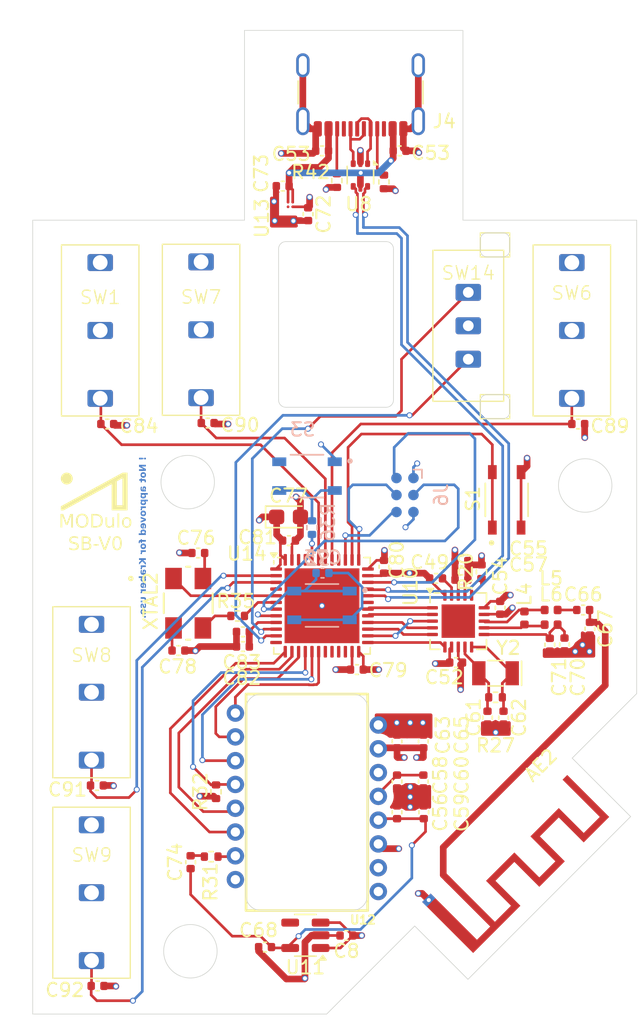
<source format=kicad_pcb>
(kicad_pcb (version 20241229) (generator "pcbnew") (generator_version "9.0")
  (layers (0 "F.Cu" signal) (4 "In1.Cu" power "GND") (6 "In2.Cu" power "PWR") (2 "B.Cu" signal) (13 "F.Paste" user) (15 "B.Paste" user) (5 "F.SilkS" user "F.Silkscreen") (7 "B.SilkS" user "B.Silkscreen") (1 "F.Mask" user) (3 "B.Mask" user) (25 "Edge.Cuts" user))
  (net 0 "")
  (net 1 "Net-(AE2-A)")
  (net 2 "GND")
  (net 3 "+3.3V")
  (net 4 "+1.9V")
  (net 5 "Net-(U10-DVDD)")
  (net 6 "Net-(U12-VDDREG)")
  (net 7 "Net-(U10-XC2)")
  (net 8 "Net-(U10-XC1)")
  (net 10 "Net-(C66-Pad1)")
  (net 11 "Net-(U10-VDD_PA)")
  (net 12 "Net-(C74-Pad2)")
  (net 13 "VBUS")
  (net 14 "/NRESET")
  (net 15 "Net-(C76-Pad1)")
  (net 16 "Net-(C78-Pad1)")
  (net 20 "Net-(J4-CC1)")
  (net 21 "Net-(J4-D+-PadA6)")
  (net 22 "Net-(J4-CC2)")
  (net 23 "Net-(J4-D--PadA7)")
  (net 24 "/SWO")
  (net 25 "/SWDIO")
  (net 26 "/SWCLK")
  (net 27 "Net-(U10-ANT2)")
  (net 28 "Net-(U10-ANT1)")
  (net 30 "Net-(U10-IREF)")
  (net 31 "unconnected-(U14-PB10-Pad21)")
  (net 32 "unconnected-(U14-PC15-Pad4)")
  (net 33 "Net-(U12-LED_P)")
  (net 34 "/SPI2_MISO")
  (net 35 "Net-(U14-PH1)")
  (net 36 "Net-(R35-Pad2)")
  (net 37 "/BOOT")
  (net 38 "/Mouse3")
  (net 39 "/TIM2_CH1")
  (net 40 "/TIM2_CH2")
  (net 41 "/Mouse4")
  (net 42 "/Mouse5")
  (net 43 "/DPI")
  (net 44 "/USB_DP")
  (net 45 "/USB_DN")
  (net 48 "/RF_CSN")
  (net 49 "/RF_IRQ")
  (net 50 "/SPI1_MOSI")
  (net 51 "/SPI1_SCLK")
  (net 52 "/SPI1_MISO")
  (net 53 "/RF_CE")
  (net 55 "/SENSOR_NRESET")
  (net 56 "/SPI2_SCLK")
  (net 57 "/SENSOR_NCS")
  (net 58 "/SENSOR_MOTION")
  (net 59 "/SPI2_MOSI")
  (net 60 "Net-(U14-PH0)")
  (net 64 "/Mouse1")
  (net 65 "/Mouse2")
  (footprint "Inductor_SMD:L_0402_1005Metric" (layer "F.Cu") (at 15.275 0.565 -90)
    (property "Reference" "L4")
    (property "Value" "8.2n")
  )
  (footprint "Capacitor_SMD:C_0402_1005Metric" (layer "F.Cu") (at -9.137501 -4.3 180)
    (property "Reference" "C76")
    (property "Value" "14p")
  )
  (footprint "Capacitor_SMD:C_0402_1005Metric" (layer "F.Cu") (at -10.6175 3)
    (property "Reference" "C78")
    (property "Value" "14p")
  )
  (footprint "Capacitor_SMD:C_0402_1005Metric" (layer "F.Cu") (at 1.955 24.321 180)
    (property "Reference" "C8")
    (property "Value" "1u")
  )
  (footprint "Capacitor_SMD:C_0402_1005Metric" (layer "F.Cu") (at 5.93226 -34.389)
    (property "Reference" "C53")
    (property "Value" "100n")
  )
  (footprint "Mouse:Huano" (layer "F.Cu") (at -16.475 -20.95)
    (property "Reference" "SW1")
    (property "Value" "SW_Push_SPDT")
  )
  (footprint "Inductor_SMD:L_0402_1005Metric" (layer "F.Cu") (at 17.275 1.065)
    (property "Reference" "L6")
    (property "Value" "2.7n")
  )
  (footprint "Resistor_SMD:R_0402_1005Metric" (layer "F.Cu") (at 12.0625 -2.9 90)
    (property "Reference" "R20")
    (property "Value" "22k")
  )
  (footprint "Capacitor_SMD:C_0402_1005Metric" (layer "F.Cu") (at -5.795 1.6 180)
    (property "Reference" "C83")
    (property "Value" "1u")
  )
  (footprint "PAW3395DM-T6QU_DS:PMW3360" (layer "F.Cu") (at -1.008 14.355 180)
    (property "Reference" "U12")
    (property "Value" "PMW3360DM-T2QU")
  )
  (footprint "Capacitor_SMD:C_0402_1005Metric" (layer "F.Cu") (at 4.7625 -3.270001 -90)
    (property "Reference" "C80")
    (property "Value" "100n")
  )
  (footprint "Capacitor_SMD:C_0402_1005Metric" (layer "F.Cu") (at 5.742 9.8 90)
    (property "Reference" "C63")
    (property "Value" "10u")
  )
  (footprint "Resistor_SMD:R_0402_1005Metric" (layer "F.Cu") (at -7.808 13.565 90)
    (property "Reference" "R32")
    (property "Value" "10k")
  )
  (footprint "Crystal:Crystal_SMD_MicroCrystal_CC7V-T1A-2Pin_3.2x1.5mm" (layer "F.Cu") (at 13.1125 4.7 180)
    (property "Reference" "Y2")
    (property "Value" "Crystal")
  )
  (footprint "Package_DFN_QFN:QFN-20-1EP_4x4mm_P0.5mm_EP2.5x2.5mm" (layer "F.Cu") (at 10.325 0.8)
    (property "Reference" "U10")
    (property "Value" "nRF24L01P" (hide yes))
  )
  (footprint "Capacitor_SMD:C_0402_1005Metric" (layer "F.Cu") (at 5.742 12.8 -90)
    (property "Reference" "C60")
    (property "Value" "100n")
  )
  (footprint "Capacitor_SMD:C_0402_1005Metric" (layer "F.Cu") (at 10.5625 -3.7)
    (property "Reference" "C49")
    (property "Value" "10n")
  )
  (footprint "Capacitor_SMD:C_0402_1005Metric" (layer "F.Cu") (at 17.175 2.565 -90)
    (property "Reference" "C71")
    (property "Value" "4.7n")
  )
  (footprint "Capacitor_SMD:C_0402_1005Metric" (layer "F.Cu") (at 10.5625 -2.3)
    (property "Reference" "C55")
    (property "Value" "1n")
  )
  (footprint "Capacitor_SMD:C_0402_1005Metric" (layer "F.Cu") (at -16.72 13.095)
    (property "Reference" "C91")
    (property "Value" "100n")
  )
  (footprint "Resistor_SMD:R_0402_1005Metric" (layer "F.Cu") (at -8.168 18.42 180)
    (property "Reference" "R31")
    (property "Value" "5.6")
  )
  (footprint "Package_TO_SOT_SMD:SOT-23-5" (layer "F.Cu") (at -1.118 24.306 180)
    (property "Reference" "U11")
    (property "Value" "TLV70019_SOT23-5")
  )
  (footprint "Resistor_SMD:R_0402_1005Metric" (layer "F.Cu") (at -6.187501 0.41 180)
    (property "Reference" "R35")
    (property "Value" "1421" (hide yes))
  )
  (footprint "Capacitor_SMD:C_0402_1005Metric" (layer "F.Cu") (at -5.795001 2.7 180)
    (property "Reference" "C82")
    (property "Value" "100n")
  )
  (footprint "Mouse:Huano" (layer "F.Cu") (at -17.125 6.12)
    (property "Reference" "SW8")
    (property "Value" "SW_Push_SPDT")
  )
  (footprint "Capacitor_SMD:C_0402_1005Metric" (layer "F.Cu") (at -15.945 -13.95)
    (property "Reference" "C84")
    (property "Value" "100n")
  )
  (footprint "Mouse:Huano" (layer "F.Cu") (at -8.925 -21)
    (property "Reference" "SW7")
    (property "Value" "SW_Push_SPDT")
  )
  (footprint "Mouse:Huano" (layer "F.Cu") (at 18.825 -20.95)
    (property "Reference" "SW6")
    (property "Value" "SW_Push_SPDT")
  )
  (footprint "Capacitor_SMD:C_0402_1005Metric" (layer "F.Cu") (at -9.708 18.835 90)
    (property "Reference" "C74")
    (property "Value" "100n")
  )
  (footprint "Connector_USB:USB_C_Receptacle_GCT_USB4105-xx-A_16P_TopMnt_Horizontal" (layer "F.Cu") (at 3.01226 -39.714 180)
    (property "Reference" "J4")
    (property "Value" "USB_C_Receptacle_USB2.0_14P")
  )
  (footprint "Capacitor_SMD:C_0402_1005Metric" (layer "F.Cu") (at 0.13226 -34.389 180)
    (property "Reference" "C53")
    (property "Value" "100n")
  )
  (footprint "Capacitor_SMD:C_0402_1005Metric" (layer "F.Cu") (at 7.712 9.8 90)
    (property "Reference" "C65")
    (property "Value" "100n")
  )
  (footprint "Capacitor_SMD:C_0402_1005Metric" (layer "F.Cu") (at 5.742 15.1 90)
    (property "Reference" "C58")
    (property "Value" "100n")
  )
  (footprint "Capacitor_SMD:C_0402_1005Metric" (layer "F.Cu") (at -2.815 -31.75 180)
    (property "Reference" "C73")
    (property "Value" "1u")
  )
  (footprint "RF_Antenna:Texas_SWRA117D_2.4GHz_Left" (layer "F.Cu") (at 9.601509 20.186181 -135)
    (property "Reference" "AE2")
    (property "Value" "Antenna")
  )
  (footprint "Capacitor_SMD:C_0402_1005Metric" (layer "F.Cu") (at 10.1625 3.9)
    (property "Reference" "C52")
    (property "Value" "1n")
  )
  (footprint "Capacitor_SMD:C_0402_1005Metric" (layer "F.Cu") (at 18.275 2.545 -90)
    (property "Reference" "C70")
    (property "Value" "2.2n")
  )
  (footprint "Mouse:Huano" (layer "F.Cu") (at -17.125 21.12)
    (property "Reference" "SW9")
    (property "Value" "SW_Push_SPDT")
  )
  (footprint "Capacitor_SMD:C_0402_1005Metric" (layer "F.Cu") (at 2.7375 4.425999 180)
    (property "Reference" "C79")
    (property "Value" "100n")
  )
  (footprint "Capacitor_SMD:C_0402_1005Metric" (layer "F.Cu") (at -4.13675 25.1885 180)
    (property "Reference" "C68")
    (property "Value" "1u")
  )
  (footprint "Mouse:RotaryEncoder" (layer "F.Cu") (at 11.075 -21.3)
    (property "Reference" "SW14")
    (property "Value" "RotaryEncoder")
  )
  (footprint "Capacitor_SMD:C_0402_1005Metric" (layer "F.Cu") (at -16.67 28.095)
    (property "Reference" "C92")
    (property "Value" "100n")
  )
  (footprint "NCP161BFCS330T2G:WLCSP4_P6XP6_ONS" (layer "F.Cu") (at -2.24 -30.375 -90)
    (property "Reference" "U13")
    (property "Value" "NCP161BFCS330T2G")
  )
  (footprint "ECS-80-12-30BQ-JES-TR:ECS-80-12_ECS" (layer "F.Cu") (at -9.8875 -0.54)
    (property "Reference" "XTAL2")
    (property "Value" "ECS-80-12-30BQ-JES-TR")
  )
  (footprint "Capacitor_SMD:C_0402_1005Metric" (layer "F.Cu") (at 13.4625 -0.2 -90)
    (property "Reference" "C54")
    (property "Value" "1n")
  )
  (footprint "Capacitor_SMD:C_0402_1005Metric" (layer "F.Cu") (at 7.742 15.1 90)
    (property "Reference" "C56")
    (property "Value" "10u")
  )
  (footprint "Capacitor_SMD:C_0402_1005Metric" (layer "F.Cu") (at 8.6625 -2.4 180)
    (property "Reference" "C57")
    (property "Value" "33n")
  )
  (footprint "Resistor_SMD:R_0402_1005Metric" (layer "F.Cu") (at 4.76226 -32.064 90)
    (property "Reference" "R42")
    (property "Value" "5k1")
  )
  (footprint "Capacitor_SMD:C_0402_1005Metric" (layer "F.Cu") (at 19.675 -0.035)
    (property "Reference" "C66")
    (property "Value" "1.5p")
  )
  (footprint "Capacitor_SMD:C_0402_1005Metric" (layer "F.Cu") (at 13.7125 8.02 -90)
    (property "Reference" "C62")
    (property "Value" "22p")
  )
  (footprint "Resistor_SMD:R_0402_1005Metric" (layer "F.Cu") (at 1.23726 -32.164 90)
    (property "Reference" "R41" (hide yes))
    (property "Value" "5k1")
  )
  (footprint "Resistor_SMD:R_0402_1005Metric" (layer "F.Cu") (at 13.1125 6.5)
    (property "Reference" "R27")
    (property "Value" "1M")
  )
  (footprint "Capacitor_SMD:C_0402_1005Metric" (layer "F.Cu") (at 7.712 12.8 -90)
    (property "Reference" "C59")
    (property "Value" "4.7u")
  )
  (footprint "LOGO" (layer "F.Cu") (at -16.925 -8.9)
    (property "Reference" "G***" (hide yes))
    (property "Value" "LOGO" (hide yes))
  )
  (footprint "SKRPABE010:SW_SKRPABE010" (layer "F.Cu") (at 13.95 -8.275 90)
    (property "Reference" "S1")
    (property "Value" "SKRPABE010")
  )
  (footprint "Package_TO_SOT_SMD:SOT-666" (layer "F.Cu") (at 2.99976 -32.579 -90)
    (property "Reference" "U8")
    (property "Value" "USBLC6-2P6")
  )
  (footprint "Capacitor_Tantalum_SMD:CP_EIA-2012-12_Kemet-R" (layer "F.Cu") (at -2.377501 -7)
    (property "Reference" "C77")
    (property "Value" "4.7u")
  )
  (footprint "Capacitor_SMD:C_0402_1005Metric" (layer "F.Cu") (at 20.175 1.365 -90)
    (property "Reference" "C67")
    (property "Value" "1p")
  )
  (footprint "Capacitor_SMD:C_0402_1005Metric" (layer "F.Cu") (at 12.5125 8.02 -90)
    (property "Reference" "C61")
    (property "Value" "22p")
  )
  (footprint "Capacitor_SMD:C_0402_1005Metric" (layer "F.Cu") (at -8.43 -14.025)
    (property "Reference" "C90")
    (property "Value" "100n")
  )
  (footprint "Package_DFN_QFN:QFN-48-1EP_7x7mm_P0.5mm_EP5.6x5.6mm" (layer "F.Cu") (at 0.125 -0.35)
    (property "Reference" "U14")
    (property "Value" "STM32L552CEUxP")
  )
  (footprint "Inductor_SMD:L_0402_1005Metric" (layer "F.Cu") (at 17.275 -0.035)
    (property "Reference" "L5")
    (property "Value" "3.9n")
  )
  (footprint "Capacitor_SMD:C_0402_1005Metric" (layer "F.Cu") (at -0.915 -29.65 -90)
    (property "Reference" "C72")
    (property "Value" "1u")
  )
  (footprint "Capacitor_SMD:C_0402_1005Metric" (layer "F.Cu") (at -2.3425 -5.226001)
    (property "Reference" "C81")
    (property "Value" "100n")
  )
  (footprint "Capacitor_SMD:C_0402_1005Metric" (layer "F.Cu") (at 19.305 -13.95)
    (property "Reference" "C89")
    (property "Value" "100n")
  )
  (footprint "Capacitor_SMD:C_0402_1005Metric" (layer "B.Cu") (at 0.162499 -2.800001 180)
    (property "Reference" "C75")
    (property "Value" "100n")
  )
  (footprint "SKRPABE010:SW_SKRPABE010" (layer "B.Cu") (at -0.9965 -10.05 180)
    (property "Reference" "S3")
    (property "Value" "SKRPABE010")
  )
  (footprint "Connector:Tag-Connect_TC2030-IDC-NL_2x03_P1.27mm_Vertical" (layer "B.Cu") (at 6.335 -8.635 -90)
    (property "Reference" "J6")
    (property "Value" "Conn_ARM_SWD_TagConnect_TC2030")
  )
  (footprint "SKRPABE010:SW_SKRPABE010" (layer "B.Cu") (at 0.125 -0.375 180)
    (property "Reference" "S2")
    (property "Value" "SKRPABE010")
  )
  (footprint "Resistor_SMD:R_0402_1005Metric" (layer "B.Cu") (at -0.625 -6.2 90)
    (property "Reference" "R36")
    (property "Value" "10k")
  )
  (gr_arc (start 14.175 -26.953553) (mid 14.028553 -26.6) (end 13.675 -26.453553) (stroke (width 0.05)) (layer "Edge.Cuts"))
  (gr_arc (start 12.475 -14.353553) (mid 12.121447 -14.5) (end 11.975 -14.853553) (stroke (width 0.05)) (layer "Edge.Cuts"))
  (gr_line (start 11.05 27.6) (end 23.225 15.425) (stroke (width 0.05)) (layer "Edge.Cuts"))
  (gr_arc (start 12.475 -26.453553) (mid 12.121447 -26.6) (end 11.975 -26.953553) (stroke (width 0.05)) (layer "Edge.Cuts"))
  (gr_line (start 14.175 -15.65) (end 14.175 -14.8536) (stroke (width 0.05)) (layer "Edge.Cuts"))
  (gr_line (start -3.125 -15.75) (end -3.125 -27.05) (stroke (width 0.05)) (layer "Edge.Cuts"))
  (gr_line (start 0.475 30.2) (end 7.065244 23.609756) (stroke (width 0.05)) (layer "Edge.Cuts"))
  (gr_line (start -21.525 30.2) (end -21.525 -28.2) (stroke (width 0.05)) (layer "Edge.Cuts"))
  (gr_line (start 10.675 -34.2) (end 10.675 -29.2) (stroke (width 0.05)) (layer "Edge.Cuts"))
  (gr_line (start -5.575 7.4) (end -5.575 21.3) (stroke (width 0.05)) (layer "Edge.Cuts"))
  (gr_line (start 14.175 -27.75) (end 14.175 -26.9536) (stroke (width 0.05)) (layer "Edge.Cuts"))
  (gr_line (start 7.065244 23.609756) (end 11.05 27.6) (stroke (width 0.05)) (layer "Edge.Cuts"))
  (gr_line (start 18.85 11.05) (end 23.225 15.425) (stroke (width 0.05)) (layer "Edge.Cuts"))
  (gr_arc (start 13.675 -28.25) (mid 14.028553 -28.103553) (end 14.175 -27.75) (stroke (width 0.05)) (layer "Edge.Cuts"))
  (gr_line (start 12.475 -28.25) (end 13.675 -28.25) (stroke (width 0.05)) (layer "Edge.Cuts"))
  (gr_arc (start -4.425 22.45) (mid -5.238173 22.113173) (end -5.575 21.3) (stroke (width 0.05)) (layer "Edge.Cuts"))
  (gr_line (start 23.675 6.225) (end 18.85 11.05) (stroke (width 0.05)) (layer "Edge.Cuts"))
  (gr_arc (start 13.675 -16.15) (mid 14.028553 -16.003553) (end 14.175 -15.65) (stroke (width 0.05)) (layer "Edge.Cuts"))
  (gr_arc (start 4.925 -27.6) (mid 5.313909 -27.438909) (end 5.475 -27.05) (stroke (width 0.05)) (layer "Edge.Cuts"))
  (gr_arc (start -3.125 -27.05) (mid -2.963909 -27.438909) (end -2.575 -27.6) (stroke (width 0.05)) (layer "Edge.Cuts"))
  (gr_line (start 2.425 6.25) (end -4.425 6.25) (stroke (width 0.05)) (layer "Edge.Cuts"))
  (gr_arc (start 5.475 -15.75) (mid 5.313909 -15.361091) (end 4.925 -15.2) (stroke (width 0.05)) (layer "Edge.Cuts"))
  (gr_arc (start -5.575 7.4) (mid -5.238173 6.586827) (end -4.425 6.25) (stroke (width 0.05)) (layer "Edge.Cuts"))
  (gr_arc (start 11.975 -27.75) (mid 12.121447 -28.103553) (end 12.475 -28.25) (stroke (width 0.05)) (layer "Edge.Cuts"))
  (gr_line (start 22.075 -29.2) (end 23.675 -29.2) (stroke (width 0.05)) (layer "Edge.Cuts"))
  (gr_line (start 23.675 -29.2) (end 23.675 6.225) (stroke (width 0.05)) (layer "Edge.Cuts"))
  (gr_arc (start 3.525 21.3) (mid 3.188173 22.113173) (end 2.375 22.45) (stroke (width 0.05)) (layer "Edge.Cuts"))
  (gr_line (start 11.974954 -26.953553) (end 11.975 -27.75) (stroke (width 0.05)) (layer "Edge.Cuts"))
  (gr_circle (center -9.725 25.5) (end -7.725 25.5) (stroke (width 0.05)) (fill no) (layer "Edge.Cuts"))
  (gr_line (start 13.675 -14.353553) (end 12.475 -14.353553) (stroke (width 0.05)) (layer "Edge.Cuts"))
  (gr_line (start 3.525 21.3) (end 3.575 7.4) (stroke (width 0.05)) (layer "Edge.Cuts"))
  (gr_line (start -21.525 30.2) (end 0.475 30.2) (stroke (width 0.05)) (layer "Edge.Cuts"))
  (gr_line (start 10.675 -29.2) (end 22.075 -29.2) (stroke (width 0.05)) (layer "Edge.Cuts"))
  (gr_line (start -2.575 -27.6) (end 4.925 -27.6) (stroke (width 0.05)) (layer "Edge.Cuts"))
  (gr_arc (start 2.425 6.25) (mid 3.238173 6.586827) (end 3.575 7.4) (stroke (width 0.05)) (layer "Edge.Cuts"))
  (gr_line (start 10.675 -43.4) (end 10.675 -34.2) (stroke (width 0.05)) (layer "Edge.Cuts"))
  (gr_circle (center -9.925 -9.6) (end -7.925 -9.6) (stroke (width 0.05)) (fill no) (layer "Edge.Cuts"))
  (gr_line (start -5.675 -29.2) (end -5.675 -43.4) (stroke (width 0.05)) (layer "Edge.Cuts"))
  (gr_line (start 12.475 -16.15) (end 13.675 -16.15) (stroke (width 0.05)) (layer "Edge.Cuts"))
  (gr_line (start -5.675 -43.4) (end 10.675 -43.4) (stroke (width 0.05)) (layer "Edge.Cuts"))
  (gr_line (start 5.475 -27.05) (end 5.475 -15.75) (stroke (width 0.05)) (layer "Edge.Cuts"))
  (gr_line (start -21.525 -28.2) (end -21.525 -29.2) (stroke (width 0.05)) (layer "Edge.Cuts"))
  (gr_arc (start 14.175 -14.853553) (mid 14.028553 -14.5) (end 13.675 -14.353553) (stroke (width 0.05)) (layer "Edge.Cuts"))
  (gr_line (start 13.675 -26.453553) (end 12.475 -26.453553) (stroke (width 0.05)) (layer "Edge.Cuts"))
  (gr_arc (start -2.575 -15.2) (mid -2.963909 -15.361091) (end -3.125 -15.75) (stroke (width 0.05)) (layer "Edge.Cuts"))
  (gr_line (start -4.425 22.45) (end 2.375 22.45) (stroke (width 0.05)) (layer "Edge.Cuts"))
  (gr_line (start 4.925 -15.2) (end -2.575 -15.2) (stroke (width 0.05)) (layer "Edge.Cuts"))
  (gr_circle (center 19.825 -9.35) (end 21.825 -9.35) (stroke (width 0.05)) (fill no) (layer "Edge.Cuts"))
  (gr_line (start 11.974954 -14.853553) (end 11.975 -15.65) (stroke (width 0.05)) (layer "Edge.Cuts"))
  (gr_line (start -21.525 -29.2) (end -5.675 -29.2) (stroke (width 0.05)) (layer "Edge.Cuts"))
  (gr_arc (start 11.975 -15.65) (mid 12.121447 -16.003553) (end 12.475 -16.15) (stroke (width 0.05)) (layer "Edge.Cuts"))
  (gr_text "! Not approved for Kraber use." (at -12.975 -11.525 90) (layer "B.Cu") (effects (font (size 0.5 0.5) (thickness 0.125) (bold yes)) (justify left bottom mirror)))
  (gr_text "MODulo\nSB-V0" (at -16.825 -5.775 0) (layer "F.SilkS") (effects (font (size 1 1) (thickness 0.1))))
  (segment (start 20.66 0.885) (end 20.175 0.885) (width 0.5) (layer "F.Cu") (net 1))
  (segment (start 9.2 17.725) (end 21.325 5.6) (width 0.5) (layer "F.Cu") (net 1))
  (segment (start 9.601509 20.186181) (end 9.2 19.784672) (width 0.5) (layer "F.Cu") (net 1))
  (segment (start 9.2 19.784672) (end 9.2 17.725) (width 0.5) (layer "F.Cu") (net 1))
  (segment (start 20.175 -0.015) (end 20.155 -0.035) (width 0.2) (layer "F.Cu") (net 1))
  (segment (start 21.325 1.55) (end 20.66 0.885) (width 0.5) (layer "F.Cu") (net 1))
  (segment (start 20.175 0.885) (end 20.175 -0.015) (width 0.2) (layer "F.Cu") (net 1))
  (segment (start 20.155 -0.035) (end 20.255 -0.035) (width 0.2) (layer "F.Cu") (net 1))
  (segment (start 21.325 5.6) (end 21.325 1.55) (width 0.5) (layer "F.Cu") (net 1))
  (segment (start 19.785 -12.94) (end 19.8 -12.925) (width 0.5) (layer "F.Cu") (net 2))
  (segment (start -2.540249 27.575) (end -1.175 27.575) (width 0.5) (layer "F.Cu") (net 2))
  (segment (start -1.30774 -36.609) (end -1.30774 -40.789) (width 0.5) (layer "F.Cu") (net 2))
  (segment (start -4.676 0.3) (end -4.575999 0.400001) (width 0.2) (layer "F.Cu") (net 2))
  (segment (start -1.15 24.813001) (end -0.642999 24.306) (width 0.5) (layer "F.Cu") (net 2))
  (segment (start -2.125 -3.7875) (end -2.125 -4.963501) (width 0.2) (layer "F.Cu") (net 2))
  (segment (start 6.41226 -34.389) (end 7.236 -34.389) (width 0.5) (layer "F.Cu") (net 2))
  (segment (start 1.150999 4.425999) (end 1.15 4.425) (width 0.5) (layer "F.Cu") (net 2))
  (segment (start 4.5725 -2.6) (end 3.5625 -2.6) (width 0.2) (layer "F.Cu") (net 2))
  (segment (start 6.492 9.32) (end 5.742 9.32) (width 0.5) (layer "F.Cu") (net 2))
  (segment (start 1.475 24.321) (end 0.0345 24.321) (width 0.2) (layer "F.Cu") (net 2))
  (segment (start 11.0425 -2.3) (end 10.825 -2.0825) (width 0.2) (layer "F.Cu") (net 2))
  (segment (start 6.21226 -36.034) (end 6.75726 -36.034) (width 0.5) (layer "F.Cu") (net 2))
  (segment (start 17.175 3.045) (end 18.255 3.045) (width 0.2) (layer "F.Cu") (net 2))
  (segment (start 15.475 -11.4) (end 15.475 -10.8) (width 0.5) (layer "F.Cu") (net 2))
  (segment (start -1.487501 -8.162501) (end -1.825 -8.5) (width 0.5) (layer "F.Cu") (net 2))
  (segment (start 11.0425 -3.7) (end 11.0425 -2.3) (width 0.5) (layer "F.Cu") (net 2))
  (segment (start -10.525 -4.3) (end -10.55 -4.325) (width 0.5) (layer "F.Cu") (net 2))
  (segment (start 6.21226 -36.034) (end 6.21226 -34.589) (width 0.5) (layer "F.Cu") (net 2))
  (segment (start 8.1825 -2.4) (end 8.1825 -2.28) (width 0.2) (layer "F.Cu") (net 2))
  (segment (start 0.579 -31.654) (end 0.425 -31.5) (width 0.5) (layer "F.Cu") (net 2))
  (segment (start 8.1825 -2.28) (end 9.325 -1.1375) (width 0.2) (layer "F.Cu") (net 2))
  (segment (start 12.5125 8.5) (end 12.5125 8.5125) (width 0.5) (layer "F.Cu") (net 2))
  (segment (start 13.125 9.125) (end 13.125 9.0875) (width 0.5) (layer "F.Cu") (net 2))
  (segment (start 14.375 -0.2) (end 13.895 0.28) (width 0.5) (layer "F.Cu") (net 2))
  (segment (start 11.3325 -3.41) (end 11.0425 -3.7) (width 0.5) (layer "F.Cu") (net 2))
  (segment (start -0.34774 -35.874) (end -0.18774 -36.034) (width 0.5) (layer "F.Cu") (net 2))
  (segment (start 1.23726 -31.654) (end 0.579 -31.654) (width 0.5) (layer "F.Cu") (net 2))
  (segment (start -1.15 27.55) (end -1.15 27.525) (width 0.5) (layer "F.Cu") (net 2))
  (segment (start 10.6425 3.9) (end 10.325 3.5825) (width 0.2) (layer "F.Cu") (net 2))
  (segment (start -4.575999 0.400001) (end -3.3125 0.400001) (width 0.2) (layer "F.Cu") (net 2))
  (segment (start -16.19 28.095) (end -15.33 28.095) (width 0.5) (layer "F.Cu") (net 2))
  (segment (start 4.7625 -2.79) (end 4.5725 -2.6) (width 0.2) (layer "F.Cu") (net 2))
  (segment (start -15.33 28.095) (end -15.3 28.125) (width 0.5) (layer "F.Cu") (net 2))
  (segment (start 13.4625 0.28) (end 12.2825 0.28) (width 0.2) (layer "F.Cu") (net 2))
  (segment (start -15.505 13.095) (end -15.475 13.125) (width 0.5) (layer "F.Cu") (net 2))
  (segment (start 7.712 9.32) (end 6.492 9.32) (width 0.5) (layer "F.Cu") (net 2))
  (segment (start 12.0625 -3.41) (end 11.3325 -3.41) (width 0.5) (layer "F.Cu") (net 2))
  (segment (start 13.895 0.28) (end 13.4625 0.28) (width 0.5) (layer "F.Cu") (net 2))
  (segment (start -10.1375 3) (end -9.375 3) (width 0.5) (layer "F.Cu") (net 2))
  (segment (start -14.475 -13.85) (end -15.365 -13.85) (width 0.5) (layer "F.Cu") (net 2))
  (segment (start -1.487501 -7) (end -1.487501 -8.162501) (width 0.5) (layer "F.Cu") (net 2))
  (segment (start 12.5125 8.5125) (end 13.125 9.125) (width 0.5) (layer "F.Cu") (net 2))
  (segment (start 13.125 9.0875) (end 13.7125 8.5) (width 0.5) (layer "F.Cu") (net 2))
  (segment (start 7.33226 -36.609) (end 7.33226 -40.789) (width 0.5) (layer "F.Cu") (net 2))
  (segment (start -1.15 27.525) (end -1.15 24.813001) (width 0.5) (layer "F.Cu") (net 2))
  (segment (start -4.61675 25.498499) (end -2.540249 27.575) (width 0.5) (layer "F.Cu") (net 2))
  (segment (start 2.375 4.3085) (end 2.375 3.087499) (width 0.2) (layer "F.Cu") (net 2))
  (segment (start -0.53674 -34.2) (end -0.34774 -34.389) (width 0.5) (layer "F.Cu") (net 2))
  (segment (start 2.2575 4.426) (end 2.375 4.3085) (width 0.2) (layer "F.Cu") (net 2))
  (segment (start -1.487501 -5.601001) (end -1.862501 -5.226001) (width 0.5) (layer "F.Cu") (net 2))
  (segment (start -2.925 -34.2) (end -0.53674 -34.2) (width 0.5) (layer "F.Cu") (net 2))
  (segment (start 5.875 17.825) (end 4.697 17.825) (width 0.5) (layer "F.Cu") (net 2))
  (segment (start -6.275001 2.7) (end -9.025 2.7) (width 0.5) (layer "F.Cu") (net 2))
  (segment (start 0.0395 24.326) (end 0.0195 24.306) (width 0.2) (layer "F.Cu") (net 2))
  (segment (start -9.617501 -4.3) (end -10.525 -4.3) (width 0.5) (layer "F.Cu") (net 2))
  (segment (start 5.471 -31.554) (end 5.625 -31.4) (width 0.5) (layer "F.Cu") (net 2))
  (segment (start 4.697 17.825) (end 4.342 17.47) (width 0.5) (layer "F.Cu") (net 2))
  (segment (start -0.18774 -36.034) (end -0.73274 -36.034) (width 0.5) (layer "F.Cu") (net 2))
  (segment (start -7.875 -13.95) (end -7.95 -14.025) (width 0.5) (layer "F.Cu") (net 2))
  (segment (start 0.0345 24.321) (end 0.0195 24.306) (width 0.2) (layer "F.Cu") (net 2))
  (segment (start -0.34774 -34.389) (end -0.34774 -35.874) (width 0.5) (layer "F.Cu") (net 2))
  (segment (start 10.5 5.925) (end 10.5 4.0425) (width 0.5) (layer "F.Cu") (net 2))
  (segment (start 15.025 -6.2) (end 15.025 -10.35) (width 0.2) (layer "F.Cu") (net 2))
  (segment (start 12.2825 0.28) (end 12.2625 0.3) (width 0.2) (layer "F.Cu") (net 2))
  (segment (start 2.2575 4.425999) (end 1.150999 4.425999) (width 0.5) (layer "F.Cu") (net 2))
  (segment (start 4.76226 -31.554) (end 5.471 -31.554) (width 0.5) (layer "F.Cu") (net 2))
  (segment (start 7.236 -34.389) (end 7.375 -34.25) (width 0.5) (layer "F.Cu") (net 2))
  (segment (start 6.21226 -34.589) (end 6.41226 -34.389) (width 0.5) (layer "F.Cu") (net 2))
  (segment (start 10.825 -2.0825) (end 10.825 -1.1375) (width 0.2) (layer "F.Cu") (net 2))
  (segment (start 7.62048 21.175) (end 8.116585 21.671105) (width 0.5) (layer "F.Cu") (net 2))
  (segment (start 6.675 -2.790001) (end 7.792499 -2.790001) (width 0.5) (layer "F.Cu") (net 2))
  (segment (start 18.255 3.045) (end 18.275 3.025) (width 0.2) (layer "F.Cu") (net 2))
  (segment (start 19.785 -13.95) (end 19.785 -12.94) (width 0.5) (layer "F.Cu") (net 2))
  (segment (start -6.9 -13.95) (end -7.875 -13.95) (width 0.5) (layer "F.Cu") (net 2))
  (segment (start -6.275 2.7) (end -6.275001 1.6) (width 0.5) (layer "F.Cu") (net 2))
  (segment (start -0.73274 -36.034) (end -1.30774 -36.609) (width 0.5) (layer "F.Cu") (net 2))
  (segment (start 20.175 1.845) (end 20.08 1.845) (width 0.2) (layer "F.Cu") (net 2))
  (segment (start 10.325 3.5825) (end 10.325 2.7375) (width 0.2) (layer "F.Cu") (net 2))
  (segment (start -9.025 2.7) (end -9.35 3.025) (width 0.5) (layer "F.Cu") (net 2))
  (segment (start 15.475 -10.8) (end 15.025 -10.35) (width 0.5) (layer "F.Cu") (net 2))
  (segment (start 7.792499 -2.790001) (end 8.1825 -2.4) (width 0.5) (layer "F.Cu") (net 2))
  (segment (start -0.642999 24.306) (end 0.0195 24.306) (width 0.5) (layer "F.Cu") (net 2))
  (segment (start 4.7625 -2.790001) (end 6.675 -2.790001) (width 0.5) (layer "F.Cu") (net 2))
  (segment (start -1.175 27.575) (end -1.15 27.55) (width 0.5) (layer "F.Cu") (net 2))
  (segment (start 12.0625 -4.0875) (end 12.075 -4.1) (width 0.5) (layer "F.Cu") (net 2))
  (segment (start -4.61675 25.1885) (end -4.61675 25.498499) (width 0.5) (layer "F.Cu") (net 2))
  (segment (start 2.99976 -34.42476) (end 3 -34.425) (width 0.5) (layer "F.Cu") (net 2))
  (segment (start 7.325 21.175) (end 7.62048 21.175) (width 0.5) (layer "F.Cu") (net 2))
  (segment (start 2.99976 -33.504) (end 2.99976 -34.42476) (width 0.5) (layer "F.Cu") (net 2))
  (segment (start 6.75726 -36.034) (end 7.33226 -36.609) (width 0.5) (layer "F.Cu") (net 2))
  (segment (start 10.5 4.0425) (end 10.6425 3.9) (width 0.5) (layer "F.Cu") (net 2))
  (segment (start -15.365 -13.85) (end -15.465 -13.95) (width 0.5) (layer "F.Cu") (net 2))
  (segment (start -2.125 -4.963501) (end -1.862501 -5.226001) (width 0.2) (layer "F.Cu") (net 2))
  (segment (start 12.0625 -3.41) (end 12.0625 -4.0875) (width 0.5) (layer "F.Cu") (net 2))
  (segment (start -16.24 13.095) (end -15.505 13.095) (width 0.5) (layer "F.Cu") (net 2))
  (segment (start -9.375 3) (end -9.35 3.025) (width 0.5) (layer "F.Cu") (net 2))
  (segment (start -1.487501 -7) (end -1.487501 -5.601001) (width 0.5) (layer "F.Cu") (net 2))
  (via (at 3 -34.425) (size 0.45) (drill 0.3) (layers "F.Cu" "B.Cu") (net 2))
  (via (at -15.475 13.125) (size 0.45) (drill 0.3) (layers "F.Cu" "B.Cu") (net 2))
  (via (at 0.425 -31.5) (size 0.45) (drill 0.3) (layers "F.Cu" "B.Cu") (net 2))
  (via (at 10.5 5.925) (size 0.45) (drill 0.3) (layers "F.Cu" "B.Cu") (net 2))
  (via (at 6.725 13.2) (size 0.45) (drill 0.3) (layers "F.Cu" "B.Cu") (net 2))
  (via (at 19.625 2.575) (size 0.45) (drill 0.3) (layers "F.Cu" "B.Cu") (net 2))
  (via (at -6.9 -13.95) (size 0.45) (drill 0.3) (layers "F.Cu" "B.Cu") (net 2))
  (via (at 12.075 -4.1) (size 0.45) (drill 0.3) (layers "F.Cu" "B.Cu") (net 2))
  (via (at 5.625 -31.4) (size 0.45) (drill 0.3) (layers "F.Cu" "B.Cu") (net 2))
  (via (at 13.125 9.125) (size 0.45) (drill 0.3) (layers "F.Cu" "B.Cu") (net 2))
  (via (at 14.375 -0.2) (size 0.45) (drill 0.3) (layers "F.Cu" "B.Cu") (net 2))
  (via (at -15.3 28.125) (size 0.45) (drill 0.3) (layers "F.Cu" "B.Cu") (net 2))
  (via (at -3.415 -29.15) (size 0.45) (drill 0.3) (layers "F.Cu" "B.Cu") (net 2))
  (via (at 19.8 -12.925) (size 0.45) (drill 0.3) (layers "F.Cu" "B.Cu") (net 2))
  (via (at -4.676 0.3) (size 0.45) (drill 0.3) (layers "F.Cu" "B.Cu") (net 2))
  (via (at -3.465 -30.6) (size 0.45) (drill 0.3) (layers "F.Cu" "B.Cu") (net 2))
  (via (at 7.675 8.4) (size 0.45) (drill 0.3) (layers "F.Cu" "B.Cu") (net 2))
  (via (at 0.125 -0.35) (size 0.45) (drill 0.3) (layers "F.Cu" "B.Cu") (net 2))
  (via (at 15.475 -11.4) (size 0.45) (drill 0.3) (layers "F.Cu" "B.Cu") (net 2))
  (via (at -10.55 -4.325) (size 0.45) (drill 0.3) (layers "F.Cu" "B.Cu") (net 2))
  (via (at -9.35 3.025) (size 0.45) (drill 0.3) (layers "F.Cu" "B.Cu") (net 2))
  (via (at -14.475 -13.85) (size 0.45) (drill 0.3) (layers "F.Cu" "B.Cu") (net 2))
  (via (at 6.725 13.95) (size 0.45) (drill 0.3) (layers "F.Cu" "B.Cu") (net 2))
  (via (at -2.925 -34.2) (size 0.45) (drill 0.3) (layers "F.Cu" "B.Cu") (net 2))
  (via (at -1.15 27.525) (size 0.45) (drill 0.3) (layers "F.Cu" "B.Cu") (net 2))
  (via (at 6.725 8.4) (size 0.45) (drill 0.3) (layers "F.Cu" "B.Cu") (net 2))
  (via (at -2.015 -29.15) (size 0.45) (drill 0.3) (layers "F.Cu" "B.Cu") (net 2))
  (via (at 6.375 -6.225) (size 0.45) (drill 0.3) (layers "F.Cu" "B.Cu") (net 2))
  (via (at 6.675 -2.790001) (size 0.45) (drill 0.3) (layers "F.Cu" "B.Cu") (net 2))
  (via (at 5.725 8.4) (size 0.45) (drill 0.3) (layers "F.Cu" "B.Cu") (net 2))
  (via (at 20.15 3.075) (size 0.45) (drill 0.3) (layers "F.Cu" "B.Cu") (net 2))
  (via (at 5.875 17.825) (size 0.45) (drill 0.3) (layers "F.Cu" "B.Cu") (net 2))
  (via (at 19.075 3.075) (size 0.45) (drill 0.3) (layers "F.Cu" "B.Cu") (net 2))
  (via (at 7.375 -34.25) (size 0.45) (drill 0.3) (layers "F.Cu" "B.Cu") (net 2))
  (via (at 6.725 14.7) (size 0.45) (drill 0.3) (layers "F.Cu" "B.Cu") (net 2))
  (via (at 7.325 21.175) (size 0.45) (drill 0.3) (layers "F.Cu" "B.Cu") (net 2))
  (via (at -1.825 -8.5) (size 0.45) (drill 0.3) (layers "F.Cu" "B.Cu") (net 2))
  (via (at 1.15 4.425) (size 0.45) (drill 0.3) (layers "F.Cu" "B.Cu") (net 2))
  (segment (start -1.95 0.7) (end 2.2 0.7) (width 0.2) (layer "B.Cu") (net 2))
  (segment (start 3.125 -1.757) (end 2.081999 -2.800001) (width 0.2) (layer "B.Cu") (net 2))
  (segment (start 6.97 -6.82) (end 6.375 -6.225) (width 0.2) (layer "B.Cu") (net 2))
  (segment (start 2.2 0.7) (end 3.125 -0.225) (width 0.2) (layer "B.Cu") (net 2))
  (segment (start 3.125 -0.225) (end 3.125 -1.757) (width 0.2) (layer "B.Cu") (net 2))
  (segment (start 2.081999 -2.800001) (end 0.642499 -2.800001) (width 0.2) (layer "B.Cu") (net 2))
  (segment (start 6.97 -7.365) (end 6.97 -6.82) (width 0.2) (layer "B.Cu") (net 2))
  (segment (start 1.47 23.356) (end 2.435 24.321) (width 0.2) (layer "F.Cu") (net 3))
  (segment (start -3.2675 -7) (end -3.2675 -5.671) (width 0.5) (layer "F.Cu") (net 3))
  (segment (start -2.9875 -4.15) (end -2.9875 -4.5) (width 0.2) (layer "F.Cu") (net 3))
  (segment (start 10.325 -2.0575) (end 10.325 -1.1375) (width 0.2) (layer "F.Cu") (net 3))
  (segment (start -3.267501 -7) (end -4.325 -7) (width 0.5) (layer "F.Cu") (net 3))
  (segment (start -0.8 -30.925) (end -0.8 -30.245) (width 0.5) (layer "F.Cu") (net 3))
  (segment (start 4.8 -3.787501) (end 4.7625 -3.750001) (width 0.5) (layer "F.Cu") (net 3))
  (segment (start 13.4625 -0.68) (end 12.7425 -0.68) (width 0.2) (layer "F.Cu") (net 3))
  (segment (start -0.8 -30.245) (end -0.915 -30.13) (width 0.5) (layer "F.Cu") (net 3))
  (segment (start 3.1 24.325) (end 2.439 24.325) (width 0.5) (layer "F.Cu") (net 3))
  (segment (start 7.712 10.28) (end 5.742 10.28) (width 0.5) (layer "F.Cu") (net 3))
  (segment (start 4.212499 -3.750001) (end 3.562499 -3.100001) (width 0.2) (layer "F.Cu") (net 3))
  (segment (start 8.6 3.975) (end 9.6075 3.975) (width 0.5) (layer "F.Cu") (net 3))
  (segment (start -2.9875 -5.061) (end -2.8225 -5.226) (width 0.2) (layer "F.Cu") (net 3))
  (segment (start -5.315 1.546122) (end -5.315 1.6) (width 0.2) (layer "F.Cu") (net 3))
  (segment (start 12.7425 -0.68) (end 12.2625 -0.2) (width 0.2) (layer "F.Cu") (net 3))
  (segment (start 2.439 24.325) (end 2.435 24.321) (width 0.5) (layer "F.Cu") (net 3))
  (segment (start -4.668877 0.899999) (end -5.315 1.546122) (width 0.2) (layer "F.Cu") (net 3))
  (segment (start 14.225 -1.15) (end 13.9325 -1.15) (width 0.5) (layer "F.Cu") (net 3))
  (segment (start 0.0195 23.356) (end 1.47 23.356) (width 0.2) (layer "F.Cu") (net 3))
  (segment (start 1.5 25.256) (end 2.435 24.321) (width 0.2) (layer "F.Cu") (net 3))
  (segment (start 4.412 10.28) (end 4.342 10.35) (width 0.5) (layer "F.Cu") (net 3))
  (segment (start 10.0825 -3.7) (end 10.0825 -2.3) (width 0.5) (layer "F.Cu") (net 3))
  (segment (start -9.025 13.9) (end -7.983 13.9) (width 0.5) (layer "F.Cu") (net 3))
  (segment (start 7.712 10.985) (end 7.712 10.28) (width 0.5) (layer "F.Cu") (net 3))
  (segment (start 6.292 11.005) (end 6.275 11.005) (width 0.5) (layer "F.Cu") (net 3))
  (segment (start 13.9325 -1.15) (end 13.4625 -0.68) (width 0.5) (layer "F.Cu") (net 3))
  (segment (start 3.2175 4.425999) (end 3.2175 3.43) (width 0.2) (layer "F.Cu") (net 3))
  (segment (start -3.312501 0.899999) (end -4.668877 0.899999) (width 0.2) (layer "F.Cu") (net 3))
  (segment (start 4.492 10.2) (end 4.342 10.35) (width 0.2) (layer "F.Cu") (net 3))
  (segment (start 3.218499 4.425) (end 3.2175 4.425999) (width 0.5) (layer "F.Cu") (net 3))
  (segment (start -5.315001 2.7) (end -5.315 1.6) (width 0.5) (layer "F.Cu") (net 3))
  (segment (start 4.7625 -3.750001) (end 4.212499 -3.750001) (width 0.2) (layer "F.Cu") (net 3))
  (segment (start 5.742 10.955) (end 5.742 10.28) (width 0.5) (layer "F.Cu") (net 3))
  (segment (start -3.2675 -5.671) (end -2.8225 -5.226) (width 0.5) (layer "F.Cu") (net 3))
  (segment (start -2.625001 -3.787501) (end -2.9875 -4.15) (width 0.2) (layer "F.Cu") (net 3))
  (segment (start 6.275 11.005) (end 5.792 11.005) (width 0.5) (layer "F.Cu") (net 3))
  (segment (start 9.6825 2.88) (end 9.825 2.7375) (width 0.2) (layer "F.Cu") (net 3))
  (segment (start -2.9875 -4.5) (end -2.9875 -5.061) (width 0.2) (layer "F.Cu") (net 3))
  (segment (start 10.075 -4.525) (end 10.075 -3.7075) (width 0.5) (layer "F.Cu") (net 3))
  (segment (start 4.375 4.425) (end 3.218499 4.425) (width 0.5) (layer "F.Cu") (net 3))
  (segment (start 5.742 10.28) (end 4.412 10.28) (width 0.5) (layer "F.Cu") (net 3))
  (segment (start 5.792 11.005) (end 5.742 10.955) (width 0.5) (layer "F.Cu") (net 3))
  (segment (start -7.983 13.9) (end -7.808 14.075) (width 0.5) (layer "F.Cu") (net 3))
  (segment (start -4.325 -7) (end -4.575 -6.75) (width 0.5) (layer "F.Cu") (net 3))
  (segment (start 10.075 -3.7075) (end 10.0825 -3.7) (width 0.5) (layer "F.Cu") (net 3))
  (segment (start -0.985 -30.2) (end -0.915 -30.13) (width 0.2) (layer "F.Cu") (net 3))
  (segment (start 9.6825 3.9) (end 9.6825 2.88) (width 0.2) (layer "F.Cu") (net 3))
  (segment (start 7.192 11.005) (end 7.692 11.005) (width 0.5) (layer "F.Cu") (net 3))
  (segment (start 0.0195 25.256) (end 1.5 25.256) (width 0.2) (layer "F.Cu") (net 3))
  (segment (start 7.692 11.005) (end 7.712 10.985) (width 0.5) (layer "F.Cu") (net 3))
  (segment (start -3.312501 -3.100001) (end -2.9875 -3.425001) (width 0.2) (layer "F.Cu") (net 3))
  (segment (start 10.0825 -2.3) (end 10.325 -2.0575) (width 0.2) (layer "F.Cu") (net 3))
  (segment (start 9.6075 3.975) (end 9.6825 3.9) (width 0.5) (layer "F.Cu") (net 3))
  (segment (start -2.065 -30.2) (end -0.985 -30.2) (width 0.2) (layer "F.Cu") (net 3))
  (segment (start 3.2175 3.43) (end 2.875 3.0875) (width 0.2) (layer "F.Cu") (net 3))
  (segment (start -2.9875 -3.425001) (end -2.9875 -4.5) (width 0.2) (layer "F.Cu") (net 3))
  (segment (start 4.8 -4.5) (end 4.8 -3.787501) (width 0.5) (layer "F.Cu") (net 3))
  (via (at 7.192 11.005) (size 0.45) (drill 0.3) (layers "F.Cu" "B.Cu") (net 3))
  (via (at 10.075 -4.525) (size 0.45) (drill 0.3) (layers "F.Cu" "B.Cu") (net 3))
  (via (at 14.225 -1.15) (size 0.45) (drill 0.3) (layers "F.Cu" "B.Cu") (net 3))
  (via (at 4.8 -4.5) (size 0.45) (drill 0.3) (layers "F.Cu" "B.Cu") (net 3))
  (via (at -9.025 13.9) (size 0.45) (drill 0.3) (layers "F.Cu" "B.Cu") (net 3))
  (via (at 7.25 -11) (size 0.45) (drill 0.3) (layers "F.Cu" "B.Cu") (net 3))
  (via (at -4.575 -6.75) (size 0.45) (drill 0.3) (layers "F.Cu" "B.Cu") (net 3))
  (via (at 0.05 -12.425) (size 0.45) (drill 0.3) (layers "F.Cu" "B.Cu") (net 3))
  (via (at 6.275 11.005) (size 0.45) (drill 0.3) (layers "F.Cu" "B.Cu") (net 3))
  (via (at 4.375 4.425) (size 0.45) (drill 0.3) (layers "F.Cu" "B.Cu") (net 3))
  (via (at 8.6 3.975) (size 0.45) (drill 0.3) (layers "F.Cu" "B.Cu") (net 3))
  (via (at 3.1 24.325) (size 0.45) (drill 0.3) (layers "F.Cu" "B.Cu") (net 3))
  (via (at -0.8 -30.925) (size 0.45) (drill 0.3) (layers "F.Cu" "B.Cu") (net 3))
  (segment (start 6.97 -10.72) (end 7.25 -11) (width 0.2) (layer "B.Cu") (net 3))
  (segment (start 1.0785 -11.3965) (end 0.05 -12.425) (width 0.2) (layer "B.Cu") (net 3))
  (segment (start 6.97 -9.905) (end 6.97 -10.72) (width 0.2) (layer "B.Cu") (net 3))
  (segment (start 1.0785 -11.125) (end 1.0785 -11.3965) (width 0.2) (layer "B.Cu") (net 3))
  (segment (start -9.708 19.315) (end -9.708 21.255) (width 0.2) (layer "F.Cu") (net 4))
  (segment (start 7.875 15.713) (end 7.742 15.58) (width 0.2) (layer "F.Cu") (net 4))
  (segment (start -6.592 24.371) (end -9.708 21.255) (width 0.2) (layer "F.Cu") (net 4))
  (segment (start 4.532 15.5) (end 4.342 15.69) (width 0.2) (layer "F.Cu") (net 4))
  (segment (start 4.452 15.58) (end 4.342 15.69) (width 0.2) (layer "F.Cu") (net 4))
  (segment (start 7.742 15.58) (end 5.742 15.58) (width 0.2) (layer "F.Cu") (net 4))
  (segment (start 5.742 15.58) (end 4.452 15.58) (width 0.2) (layer "F.Cu") (net 4))
  (segment (start -1.625 24.371) (end -2.2555 25.0015) (width 0.2) (layer "F.Cu") (net 4))
  (segment (start 6.85 17.575) (end 7.875 16.55) (width 0.2) (layer "F.Cu") (net 4))
  (segment (start -6.592 24.371) (end -4.47425 24.371) (width 0.2) (layer "F.Cu") (net 4))
  (segment (start -3.748 25.251) (end -2.2605 25.251) (width 0.2) (layer "F.Cu") (net 4))
  (segment (start 7.875 16.55) (end 7.875 15.713) (width 0.2) (layer "F.Cu") (net 4))
  (segment (start -2.2555 25.0015) (end -2.2555 25.256) (width 0.2) (layer "F.Cu") (net 4))
  (segment (start -4.47425 24.371) (end -3.65675 25.1885) (width 0.2) (layer "F.Cu") (net 4))
  (segment (start -2.2605 25.251) (end -2.2555 25.256) (width 0.2) (layer "F.Cu") (net 4))
  (via (at 6.85 17.575) (size 0.45) (drill 0.3) (layers "F.Cu" "B.Cu") (net 4))
  (via (at -1.625 24.371) (size 0.45) (drill 0.3) (layers "F.Cu" "B.Cu") (net 4))
  (segment (start 6.85 17.575) (end 6.85 20.025) (width 0.2) (layer "B.Cu") (net 4))
  (segment (start 3.004 23.871) (end -1.125 23.871) (width 0.2) (layer "B.Cu") (net 4))
  (segment (start 6.85 20.025) (end 3.004 23.871) (width 0.2) (layer "B.Cu") (net 4))
  (segment (start -1.125 23.871) (end -1.625 24.371) (width 0.2) (layer "B.Cu") (net 4))
  (segment (start 9.1425 -2.4) (end 9.825 -1.7175) (width 0.2) (layer "F.Cu") (net 5))
  (segment (start 9.825 -1.7175) (end 9.825 -1.1375) (width 0.2) (layer "F.Cu") (net 5))
  (segment (start 5.742 12.32) (end 4.342 13.72) (width 0.2) (layer "F.Cu") (net 6))
  (segment (start 5.742 12.32) (end 7.712 12.32) (width 0.2) (layer "F.Cu") (net 6))
  (segment (start 4.342 13.72) (end 4.342 13.91) (width 0.2) (layer "F.Cu") (net 6))
  (segment (start 12.5125 6.59) (end 12.6025 6.5) (width 0.2) (layer "F.Cu") (net 7))
  (segment (start 11.8625 4.7) (end 11.8625 4.3) (width 0.2) (layer "F.Cu") (net 7))
  (segment (start 10.825 3.2625) (end 10.825 2.7375) (width 0.2) (layer "F.Cu") (net 7))
  (segment (start 12.6025 5.44) (end 11.8625 4.7) (width 0.2) (layer "F.Cu") (net 7))
  (segment (start 11.8125 4.65) (end 11.7625 4.7) (width 0.2) (layer "F.Cu") (net 7))
  (segment (start 11.8625 4.3) (end 10.825 3.2625) (width 0.2) (layer "F.Cu") (net 7))
  (segment (start 12.6025 6.5) (end 12.6025 5.44) (width 0.2) (layer "F.Cu") (net 7))
  (segment (start 12.5125 7.54) (end 12.5125 6.59) (width 0.2) (layer "F.Cu") (net 7))
  (segment (start 13.6225 5.44) (end 14.3625 4.7) (width 0.2) (layer "F.Cu") (net 8))
  (segment (start 12.4 2.7375) (end 14.3625 4.7) (width 0.2) (layer "F.Cu") (net 8))
  (segment (start 13.6225 6.5) (end 13.6225 5.44) (width 0.2) (layer "F.Cu") (net 8))
  (segment (start 11.325 2.7375) (end 12.4 2.7375) (width 0.2) (layer "F.Cu") (net 8))
  (segment (start 13.7125 7.54) (end 13.7125 6.59) (width 0.2) (layer "F.Cu") (net 8))
  (segment (start 14.3625 4.25) (end 14.3625 4.7) (width 0.2) (layer "F.Cu") (net 8))
  (segment (start 13.7125 6.59) (end 13.6225 6.5) (width 0.2) (layer "F.Cu") (net 8))
  (segment (start 19.195 -0.035) (end 17.76 -0.035) (width 0.2) (layer "F.Cu") (net 10))
  (segment (start 16.89 1.8) (end 12.2625 1.8) (width 0.2) (layer "F.Cu") (net 11))
  (segment (start 18.275 1.58) (end 17.76 1.065) (width 0.2) (layer "F.Cu") (net 11))
  (segment (start 17.175 2.085) (end 16.89 1.8) (width 0.2) (layer "F.Cu") (net 11))
  (segment (start 17.175 1.65) (end 17.76 1.065) (width 0.2) (layer "F.Cu") (net 11))
  (segment (start 18.275 2.065) (end 18.275 1.58) (width 0.2) (layer "F.Cu") (net 11))
  (segment (start 17.175 2.085) (end 17.175 1.65) (width 0.2) (layer "F.Cu") (net 11))
  (segment (start -8.758 18.34) (end -8.678 18.42) (width 0.2) (layer "F.Cu") (net 12))
  (segment (start -9.658 18.34) (end -8.758 18.34) (width 0.2) (layer "F.Cu") (net 12))
  (segment (start -2.065 -30.55) (end -2.065 -31.48) (width 0.2) (layer "F.Cu") (net 13))
  (segment (start -0.075 -33.15) (end -1.925 -33.15) (width 0.5) (layer "F.Cu") (net 13))
  (segment (start 5.45226 -34.389) (end 5.45226 -35.994) (width 0.5) (layer "F.Cu") (net 13))
  (segment (start 5.45226 -34.389) (end 5.45226 -33.82726) (width 0.5) (layer "F.Cu") (net 13))
  (segment (start 5.45226 -35.994) (end 5.41226 -36.034) (width 0.5) (layer "F.Cu") (net 13))
  (segment (start -2.415 -31.67) (end -2.335 -31.75) (width 0.2) (layer "F.Cu") (net 13))
  (segment (start -1.925 -33.15) (end -2.335 -32.74) (width 0.5) (layer "F.Cu") (net 13))
  (segment (start 0.61226 -33.83726) (end -0.075 -33.15) (width 0.5) (layer "F.Cu") (net 13))
  (segment (start -2.415 -30.55) (end -2.415 -31.67) (width 0.2) (layer "F.Cu") (net 13))
  (segment (start 3.025 -32.74) (end 2.99976 -32.71476) (width 0.5) (layer "F.Cu") (net 13))
  (segment (start 2.99976 -32.71476) (end 2.99976 -31.815168) (width 0.5) (layer "F.Cu") (net 13))
  (segment (start 0.61226 -34.389) (end 0.61226 -36.034) (width 0.5) (layer "F.Cu") (net 13))
  (segment (start 5.45226 -33.82726) (end 5.275 -33.65) (width 0.5) (layer "F.Cu") (net 13))
  (segment (start 0.61226 -34.389) (end 0.61226 -33.83726) (width 0.5) (layer "F.Cu") (net 13))
  (segment (start -2.335 -32.74) (end -2.335 -31.75) (width 0.5) (layer "F.Cu") (net 13))
  (segment (start -2.065 -31.48) (end -2.335 -31.75) (width 0.2) (layer "F.Cu") (net 13))
  (via (at 3.025 -32.74) (size 0.45) (drill 0.3) (layers "F.Cu" "B.Cu") (net 13))
  (via (at -2.335 -32.74) (size 0.45) (drill 0.3) (layers "F.Cu" "B.Cu") (net 13))
  (via (at 5.275 -33.65) (size 0.45) (drill 0.3) (layers "F.Cu" "B.Cu") (net 13))
  (segment (start 4.365 -32.74) (end 3.025 -32.74) (width 0.5) (layer "B.Cu") (net 13))
  (segment (start 5.275 -33.65) (end 4.365 -32.74) (width 0.5) (layer "B.Cu") (net 13))
  (segment (start 3.025 -32.74) (end -2.335 -32.74) (width 0.5) (layer "B.Cu") (net 13))
  (segment (start -4.225 -0.1) (end -3.3125 -0.1) (width 0.2) (layer "F.Cu") (net 14))
  (via (at -4.225 -0.1) (size 0.45) (drill 0.3) (layers "F.Cu" "B.Cu") (net 14))
  (segment (start -4.225 -0.65) (end 0.325 -5.2) (width 0.2) (layer "B.Cu") (net 14))
  (segment (start -1.187501 -1.45) (end -1.3 -1.45) (width 0.2) (layer "B.Cu") (net 14))
  (segment (start -1.3 -1.45) (end -1.95 -1.45) (width 0.2) (layer "B.Cu") (net 14))
  (segment (start 9.325 -5.2) (end 10.325 -6.2) (width 0.2) (layer "B.Cu") (net 14))
  (segment (start -0.3175 -2.800001) (end -0.3175 -2.320001) (width 0.2) (layer "B.Cu") (net 14))
  (segment (start -3.75 -0.1) (end -4.225 -0.1) (width 0.2) (layer "B.Cu") (net 14))
  (segment (start -1.95 -1.45) (end -2.4 -1.45) (width 0.2) (layer "B.Cu") (net 14))
  (segment (start 10.325 -6.2) (end 10.325 -9.1) (width 0.2) (layer "B.Cu") (net 14))
  (segment (start 10.025 -9.4) (end 7.735 -9.4) (width 0.2) (layer "B.Cu") (net 14))
  (segment (start -2.4 -1.45) (end -3.75 -0.1) (width 0.2) (layer "B.Cu") (net 14))
  (segment (start 2.2 -1.45) (end -1.3 -1.45) (width 0.2) (layer "B.Cu") (net 14))
  (segment (start 0.325 -5.2) (end 9.325 -5.2) (width 0.2) (layer "B.Cu") (net 14))
  (segment (start 10.325 -9.1) (end 10.025 -9.4) (width 0.2) (layer "B.Cu") (net 14))
  (segment (start -4.225 -0.1) (end -4.225 -0.65) (width 0.2) (layer "B.Cu") (net 14))
  (segment (start -0.3175 -2.320001) (end -1.187501 -1.45) (width 0.2) (layer "B.Cu") (net 14))
  (segment (start 7.735 -9.4) (end 6.97 -8.635) (width 0.2) (layer "B.Cu") (net 14))
  (segment (start -8.6575 -4.300001) (end -8.6575 -2.52) (width 0.2) (layer "F.Cu") (net 15))
  (segment (start -8.6575 -2.52) (end -8.787501 -2.39) (width 0.2) (layer "F.Cu") (net 15))
  (segment (start -11.0975 1.419998) (end -10.987501 1.309999) (width 0.2) (layer "F.Cu") (net 16))
  (segment (start -11.097501 3) (end -11.0975 1.419998) (width 0.2) (layer "F.Cu") (net 16))
  (segment (start 4.26226 -33.074) (end 4.26226 -36.034) (width 0.2) (layer "F.Cu") (net 20))
  (segment (start 4.76226 -32.574) (end 4.26226 -33.074) (width 0.2) (layer "F.Cu") (net 20))
  (segment (start 3.26226 -36.034) (end 3.26226 -35.58074) (width 0.2) (layer "F.Cu") (net 21))
  (segment (start 3.23226 -36.004) (end 3.26226 -36.034) (width 0.2) (layer "F.Cu") (net 21))
  (segment (start 2.46226 -34.304) (end 2.46226 -33.429) (width 0.2) (layer "F.Cu") (net 21))
  (segment (start 2.93552 -35.254) (end 2.26226 -35.254) (width 0.2) (layer "F.Cu") (net 21))
  (segment (start 2.26226 -36.034) (end 2.26226 -35.254) (width 0.2) (layer "F.Cu") (net 21))
  (segment (start 2.26226 -34.504) (end 2.46226 -34.304) (width 0.2) (layer "F.Cu") (net 21))
  (segment (start 2.26226 -35.254) (end 2.26226 -34.504) (width 0.2) (layer "F.Cu") (net 21))
  (segment (start 3.26226 -35.58074) (end 2.93552 -35.254) (width 0.2) (layer "F.Cu") (net 21))
  (segment (start 1.23726 -36.009) (end 1.26226 -36.034) (width 0.2) (layer "F.Cu") (net 22))
  (segment (start 1.23726 -32.674) (end 1.23726 -36.009) (width 0.2) (layer "F.Cu") (net 22))
  (segment (start 2.76226 -36.034) (end 2.76226 -36.48726) (width 0.2) (layer "F.Cu") (net 23))
  (segment (start 3.075 -36.8) (end 3.571259 -36.8) (width 0.2) (layer "F.Cu") (net 23))
  (segment (start 3.571259 -36.8) (end 3.76226 -36.608999) (width 0.2) (layer "F.Cu") (net 23))
  (segment (start 3.76226 -34.554) (end 3.53726 -34.329) (width 0.2) (layer "F.Cu") (net 23))
  (segment (start 3.53726 -34.329) (end 3.53726 -33.429) (width 0.2) (layer "F.Cu") (net 23))
  (segment (start 3.76226 -36.034) (end 3.76226 -34.554) (width 0.2) (layer "F.Cu") (net 23))
  (segment (start 2.76226 -36.48726) (end 3.075 -36.8) (width 0.2) (layer "F.Cu") (net 23))
  (segment (start 3.76226 -36.608999) (end 3.76226 -36.034) (width 0.2) (layer "F.Cu") (net 23))
  (segment (start 1.875 -5.615) (end 1.874999 -3.7875) (width 0.2) (layer "F.Cu") (net 24))
  (segment (start 1.887853 -3.800354) (end 1.874999 -3.7875) (width 0.2) (layer "F.Cu") (net 24))
  (via (at 1.875 -5.615) (size 0.45) (drill 0.3) (layers "F.Cu" "B.Cu") (net 24))
  (segment (start 5.7 -7.365) (end 5.44 -7.365) (width 0.2) (layer "B.Cu") (net 24))
  (segment (start 3.69 -5.615) (end 1.875 -5.615) (width 0.2) (layer "B.Cu") (net 24))
  (segment (start 5.44 -7.365) (end 3.69 -5.615) (width 0.2) (layer "B.Cu") (net 24))
  (segment (start 5.525 -2.1) (end 3.5625 -2.099999) (width 0.2) (layer "F.Cu") (net 25))
  (via (at 5.525 -2.1) (size 0.45) (drill 0.3) (layers "F.Cu" "B.Cu") (net 25))
  (segment (start 11.575 -5.3) (end 8.375 -2.1) (width 0.2) (layer "B.Cu") (net 25))
  (segment (start 5.7 -9.905) (end 5.525 -10.08) (width 0.2) (layer "B.Cu") (net 25))
  (segment (start 11.175 -13.25) (end 11.575 -12.85) (width 0.2) (layer "B.Cu") (net 25))
  (segment (start 5.525 -12.2) (end 6.575 -13.25) (width 0.2) (layer "B.Cu") (net 25))
  (segment (start 5.525 -10.08) (end 5.525 -12.2) (width 0.2) (layer "B.Cu") (net 25))
  (segment (start 6.575 -13.25) (end 11.175 -13.25) (width 0.2) (layer "B.Cu") (net 25))
  (segment (start 11.575 -12.85) (end 11.575 -5.3) (width 0.2) (layer "B.Cu") (net 25))
  (segment (start 8.375 -2.1) (end 5.525 -2.1) (width 0.2) (layer "B.Cu") (net 25))
  (segment (start 2.875 -3.7875) (end 2.875 -6.05) (width 0.2) (layer "F.Cu") (net 26))
  (segment (start 2.875 -6.05) (end 2.925 -6.1) (width 0.2) (layer "F.Cu") (net 26))
  (via (at 2.925 -6.1) (size 0.45) (drill 0.3) (layers "F.Cu" "B.Cu") (net 26))
  (segment (start 2.125 -6.75) (end 2.775 -6.1) (width 0.2) (layer "B.Cu") (net 26))
  (segment (start 2.775 -6.1) (end 2.925 -6.1) (width 0.2) (layer "B.Cu") (net 26))
  (segment (start 2.125 -9.1) (end 2.125 -6.75) (width 0.2) (layer "B.Cu") (net 26))
  (segment (start 4.935 -9.4) (end 2.425 -9.4) (width 0.2) (layer "B.Cu") (net 26))
  (segment (start 2.425 -9.4) (end 2.125 -9.1) (width 0.2) (layer "B.Cu") (net 26))
  (segment (start 5.7 -8.635) (end 4.935 -9.4) (width 0.2) (layer "B.Cu") (net 26))
  (segment (start 12.3275 0.865) (end 12.2625 0.8) (width 0.2) (layer "F.Cu") (net 27))
  (segment (start 15.275 -0.035) (end 14.875 -0.035) (width 0.2) (layer "F.Cu") (net 27))
  (segment (start 15.275 0.08) (end 15.275 -0.035) (width 0.2) (layer "F.Cu") (net 27))
  (segment (start 14.875 -0.035) (end 13.975 0.865) (width 0.2) (layer "F.Cu") (net 27))
  (segment (start 13.975 0.865) (end 12.3275 0.865) (width 0.2) (layer "F.Cu") (net 27))
  (segment (start 16.79 -0.035) (end 15.275 -0.035) (width 0.2) (layer "F.Cu") (net 27))
  (segment (start 15.275 1.05) (end 15.025 1.3) (width 0.2) (layer "F.Cu") (net 28))
  (segment (start 15.025 1.3) (end 12.2625 1.3) (width 0.2) (layer "F.Cu") (net 28))
  (segment (start 16.69 1.165) (end 16.79 1.065) (width 0.2) (layer "F.Cu") (net 28))
  (segment (start 15.275 1.065) (end 15.375 1.165) (width 0.2) (layer "F.Cu") (net 28))
  (segment (start 15.375 1.165) (end 16.69 1.165) (width 0.2) (layer "F.Cu") (net 28))
  (segment (start 15.275 1.05) (end 15.275 1.065) (width 0.2) (layer "F.Cu") (net 28))
  (segment (start 12.0625 -1.875) (end 11.325 -1.1375) (width 0.2) (layer "F.Cu") (net 30))
  (segment (start 12.0625 -2.39) (end 12.0625 -1.875) (width 0.2) (layer "F.Cu") (net 30))
  (segment (start 1.375 3.0875) (end 1.397121 3.109621) (width 0.2) (layer "F.Cu") (net 31))
  (segment (start -3.3625 -1.65) (end -3.312501 -1.600001) (width 0.2) (layer "F.Cu") (net 32))
  (segment (start -7.658 18.42) (end -6.418 18.42) (width 0.2) (layer "F.Cu") (net 33))
  (segment (start -6.418 18.42) (end -6.358 18.36) (width 0.2) (layer "F.Cu") (net 33))
  (segment (start 8.3875 1.8) (end 6.225 1.8) (width 0.2) (layer "F.Cu") (net 34))
  (segment (start 5.824999 1.399999) (end 3.5625 1.399999) (width 0.2) (layer "F.Cu") (net 34))
  (segment (start 6.225 1.8) (end 5.824999 1.399999) (width 0.2) (layer "F.Cu") (net 34))
  (segment (start -4.6675 -0.6) (end -3.312501 -0.600001) (width 0.2) (layer "F.Cu") (net 35))
  (segment (start -5.6775 0.41) (end -4.6675 -0.6) (width 0.2) (layer "F.Cu") (net 35))
  (segment (start -6.6975 0.41) (end -7.887501 0.41) (width 0.2) (layer "F.Cu") (net 36))
  (segment (start -7.887501 0.41) (end -8.787501 1.309999) (width 0.2) (layer "F.Cu") (net 36))
  (segment (start -0.625 -5) (end -0.625001 -3.7875) (width 0.2) (layer "F.Cu") (net 37))
  (via (at -0.625 -5) (size 0.45) (drill 0.3) (layers "F.Cu" "B.Cu") (net 37))
  (segment (start -1.3 -8.975) (end -0.625 -8.3) (width 0.2) (layer "B.Cu") (net 37))
  (segment (start 0.05 -8.975) (end 1.0785 -8.975) (width 0.2) (layer "B.Cu") (net 37))
  (segment (start -0.625 -5.69) (end -0.625 -5) (width 0.2) (layer "B.Cu") (net 37))
  (segment (start -0.625 -8.3) (end 0.05 -8.975) (width 0.2) (layer "B.Cu") (net 37))
  (segment (start -0.625 -8.3) (end -0.625 -6.71) (width 0.2) (layer "B.Cu") (net 37))
  (segment (start -3.0715 -8.975) (end -1.3 -8.975) (width 0.2) (layer "B.Cu") (net 37))
  (segment (start 0.375 -9.85) (end -2.675 -12.9) (width 0.2) (layer "F.Cu") (net 38))
  (segment (start -8.925 -15.92) (end -8.925 -14.04) (width 0.2) (layer "F.Cu") (net 38))
  (segment (start -7.785 -12.9) (end -8.91 -14.025) (width 0.2) (layer "F.Cu") (net 38))
  (segment (start 0.375 -3.7875) (end 0.375 -9.85) (width 0.2) (layer "F.Cu") (net 38))
  (segment (start -2.675 -12.9) (end -7.785 -12.9) (width 0.2) (layer "F.Cu") (net 38))
  (segment (start -8.925 -14.04) (end -8.91 -14.025) (width 0.2) (layer "F.Cu") (net 38))
  (segment (start 5.650942 -14.526) (end 0.001 -14.526) (width 0.2) (layer "F.Cu") (net 39))
  (segment (start -3.3125 1.399999) (end -4.224999 1.399999) (width 0.2) (layer "F.Cu") (net 39))
  (segment (start 11.075 -23.8) (end 6.076 -18.801) (width 0.2) (layer "F.Cu") (net 39))
  (segment (start 6.076 -14.951058) (end 5.650942 -14.526) (width 0.2) (layer "F.Cu") (net 39))
  (segment (start 0.001 -14.526) (end -0.925 -13.6) (width 0.2) (layer "F.Cu") (net 39))
  (segment (start 6.076 -18.801) (end 6.076 -14.951058) (width 0.2) (layer "F.Cu") (net 39))
  (segment (start -4.224999 1.399999) (end -4.425 1.6) (width 0.2) (layer "F.Cu") (net 39))
  (via (at -4.425 1.6) (size 0.45) (drill 0.3) (layers "F.Cu" "B.Cu") (net 39))
  (via (at -0.925 -13.6) (size 0.45) (drill 0.3) (layers "F.Cu" "B.Cu") (net 39))
  (segment (start -2.85 -13.6) (end -5.091 -11.359) (width 0.2) (layer "B.Cu") (net 39))
  (segment (start -5.091 0.934) (end -4.425 1.6) (width 0.2) (layer "B.Cu") (net 39))
  (segment (start -5.091 -11.359) (end -5.091 0.934) (width 0.2) (layer "B.Cu") (net 39))
  (segment (start -0.925 -13.6) (end -2.85 -13.6) (width 0.2) (layer "B.Cu") (net 39))
  (segment (start -4.075 1.9) (end -4.425 2.25) (width 0.2) (layer "F.Cu") (net 40))
  (segment (start -3.312501 1.9) (end -3.610237 1.9) (width 0.2) (layer "F.Cu") (net 40))
  (segment (start 11.075 -18.8) (end 6.875 -14.6) (width 0.2) (layer "F.Cu") (net 40))
  (segment (start -3.3125 1.9) (end -4.075 1.9) (width 0.2) (layer "F.Cu") (net 40))
  (segment (start 6.875 -14.6) (end 6.675 -14.6) (width 0.2) (layer "F.Cu") (net 40))
  (via (at 6.675 -14.6) (size 0.45) (drill 0.3) (layers "F.Cu" "B.Cu") (net 40))
  (via (at -4.425 2.25) (size 0.45) (drill 0.3) (layers "F.Cu" "B.Cu") (net 40))
  (segment (start -2.8 -14.6) (end -6.325 -11.075) (width 0.2) (layer "B.Cu") (net 40))
  (segment (start -6.325 0.35) (end -4.425 2.25) (width 0.2) (layer "B.Cu") (net 40))
  (segment (start -6.325 -11.075) (end -6.325 0.35) (width 0.2) (layer "B.Cu") (net 40))
  (segment (start 6.675 -14.6) (end -2.8 -14.6) (width 0.2) (layer "B.Cu") (net 40))
  (segment (start -16.725 14) (end -14.325 14) (width 0.2) (layer "F.Cu") (net 41))
  (segment (start -17.125 13.02) (end -17.2 13.095) (width 0.2) (layer "F.Cu") (net 41))
  (segment (start -17.125 11.2) (end -17.125 13.02) (width 0.2) (layer "F.Cu") (net 41))
  (segment (start -17.2 13.095) (end -17.2 13.525) (width 0.2) (layer "F.Cu") (net 41))
  (segment (start -14.325 14) (end -13.725 13.4) (width 0.2) (layer "F.Cu") (net 41))
  (segment (start -17.2 13.525) (end -16.725 14) (width 0.2) (layer "F.Cu") (net 41))
  (segment (start -7.25 -2.6) (end -3.3125 -2.6) (width 0.2) (layer "F.Cu") (net 41))
  (via (at -7.25 -2.6) (size 0.45) (drill 0.3) (layers "F.Cu" "B.Cu") (net 41))
  (via (at -13.74 13.4) (size 0.45) (drill 0.3) (layers "F.Cu" "B.Cu") (net 41))
  (segment (start -13.74 3.74) (end -13.74 13.4) (width 0.2) (layer "B.Cu") (net 41))
  (segment (start -7.25 -2.6) (end -7.4 -2.6) (width 0.2) (layer "B.Cu") (net 41))
  (segment (start -7.4 -2.6) (end -13.74 3.74) (width 0.2) (layer "B.Cu") (net 41))
  (segment (start -3.3125 -2.099999) (end -6.525001 -2.099999) (width 0.2) (layer "F.Cu") (net 42))
  (segment (start -17.125 26.2) (end -17.125 28.07) (width 0.2) (layer "F.Cu") (net 42))
  (segment (start -16.725 29.2) (end -14.025 29.2) (width 0.2) (layer "F.Cu") (net 42))
  (segment (start -17.15 28.095) (end -17.15 28.775) (width 0.2) (layer "F.Cu") (net 42))
  (segment (start -6.525001 -2.099999) (end -6.95 -1.675) (width 0.2) (layer "F.Cu") (net 42))
  (segment (start -17.125 28.07) (end -17.15 28.095) (width 0.2) (layer "F.Cu") (net 42))
  (segment (start -17.15 28.775) (end -16.725 29.2) (width 0.2) (layer "F.Cu") (net 42))
  (via (at -6.95 -1.675) (size 0.45) (drill 0.3) (layers "F.Cu" "B.Cu") (net 42))
  (via (at -14.025 29.2) (size 0.45) (drill 0.3) (layers "F.Cu" "B.Cu") (net 42))
  (segment (start -13.325 28.5) (end -14.025 29.2) (width 0.2) (layer "B.Cu") (net 42))
  (segment (start -13.325 4.25) (end -13.325 28.5) (width 0.2) (layer "B.Cu") (net 42))
  (segment (start -7.4 -1.675) (end -13.325 4.25) (width 0.2) (layer "B.Cu") (net 42))
  (segment (start -6.95 -1.675) (end -7.4 -1.675) (width 0.2) (layer "B.Cu") (net 42))
  (segment (start 2.075 -12.2) (end 3.075 -13.2) (width 0.2) (layer "F.Cu") (net 43))
  (segment (start 12.875 -12.4) (end 12.875 -10.35) (width 0.2) (layer "F.Cu") (net 43))
  (segment (start 12.075 -13.2) (end 12.875 -12.4) (width 0.2) (layer "F.Cu") (net 43))
  (segment (start 2.075 -6.6) (end 2.075 -7) (width 0.2) (layer "F.Cu") (net 43))
  (segment (start 2.075 -7) (end 2.075 -12.2) (width 0.2) (layer "F.Cu") (net 43))
  (segment (start 12.875 -10.35) (end 12.875 -6.2) (width 0.2) (layer "F.Cu") (net 43))
  (segment (start 12.875 -6.2) (end 12.875 -6) (width 0.2) (layer "F.Cu") (net 43))
  (segment (start 2.375 -6.3) (end 2.075 -6.6) (width 0.2) (layer "F.Cu") (net 43))
  (segment (start 2.375 -3.7875) (end 2.375 -6.3) (width 0.2) (layer "F.Cu") (net 43))
  (segment (start 3.075 -13.2) (end 12.075 -13.2) (width 0.2) (layer "F.Cu") (net 43))
  (segment (start 5.075 -1.55) (end 4.825 -1.55) (width 0.2) (layer "F.Cu") (net 44))
  (segment (start 2.65876 -31.29174) (end 2.774759 -31.175741) (width 0.2) (layer "F.Cu") (net 44))
  (segment (start 2.774759 -29.724999) (end 2.64976 -29.6) (width 0.2) (layer "F.Cu") (net 44))
  (segment (start 2.774759 -31.175741) (end 2.774759 -29.724999) (width 0.2) (layer "F.Cu") (net 44))
  (segment (start 4.825 -1.55) (end 4.824998 -1.550002) (width 0.2) (layer "F.Cu") (net 44))
  (segment (start 3.612498 -1.550002) (end 3.5625 -1.6) (width 0.2) (layer "F.Cu") (net 44))
  (segment (start 2.65876 -31.5325) (end 2.65876 -31.29174) (width 0.2) (layer "F.Cu") (net 44))
  (segment (start 2.46226 -31.729) (end 2.65876 -31.5325) (width 0.2) (layer "F.Cu") (net 44))
  (segment (start 4.824998 -1.550002) (end 3.612498 -1.550002) (width 0.2) (layer "F.Cu") (net 44))
  (segment (start 2.46226 -31.6665) (end 2.46226 -31.729) (width 0.2) (layer "F.Cu") (net 44))
  (via (at 5.075 -1.55) (size 0.45) (drill 0.3) (layers "F.Cu" "B.Cu") (net 44))
  (via (at 2.64976 -29.6) (size 0.45) (drill 0.3) (layers "F.Cu" "B.Cu") (net 44))
  (segment (start 2.774759 -28.201) (end 5.723942 -28.201) (width 0.2) (layer "B.Cu") (net 44))
  (segment (start 6.076 -27.848942) (end 6.076 -19.880802) (width 0.2) (layer "B.Cu") (net 44))
  (segment (start 5.199999 -1.425001) (end 5.075 -1.55) (width 0.2) (layer "B.Cu") (net 44))
  (segment (start 2.774759 -29.475001) (end 2.774759 -28.201) (width 0.2) (layer "B.Cu") (net 44))
  (segment (start 5.723942 -28.201) (end 6.076 -27.848942) (width 0.2) (layer "B.Cu") (net 44))
  (segment (start 6.076 -19.880802) (end 13.65 -12.306802) (width 0.2) (layer "B.Cu") (net 44))
  (segment (start 13.65 -4.093198) (end 10.981803 -1.425001) (width 0.2) (layer "B.Cu") (net 44))
  (segment (start 10.981803 -1.425001) (end 5.199999 -1.425001) (width 0.2) (layer "B.Cu") (net 44))
  (segment (start 2.64976 -29.6) (end 2.774759 -29.475001) (width 0.2) (layer "B.Cu") (net 44))
  (segment (start 13.65 -12.306802) (end 13.65 -4.093198) (width 0.2) (layer "B.Cu") (net 44))
  (segment (start 3.53726 -31.729) (end 3.34076 -31.5325) (width 0.2) (layer "F.Cu") (net 45))
  (segment (start 3.34076 -31.5325) (end 3.34076 -31.29174) (width 0.2) (layer "F.Cu") (net 45))
  (segment (start 3.34076 -31.29174) (end 3.224761 -31.175741) (width 0.2) (layer "F.Cu") (net 45))
  (segment (start 5.075 -0.85) (end 4.824999 -1.100001) (width 0.2) (layer "F.Cu") (net 45))
  (segment (start 4.824999 -1.100001) (end 3.5625 -1.100001) (width 0.2) (layer "F.Cu") (net 45))
  (segment (start 3.224761 -29.724999) (end 3.34976 -29.6) (width 0.2) (layer "F.Cu") (net 45))
  (segment (start 3.224761 -31.175741) (end 3.224761 -29.724999) (width 0.2) (layer "F.Cu") (net 45))
  (via (at 3.34976 -29.6) (size 0.45) (drill 0.3) (layers "F.Cu" "B.Cu") (net 45))
  (via (at 5.075 -0.85) (size 0.45) (drill 0.3) (layers "F.Cu" "B.Cu") (net 45))
  (segment (start 14.1 -3.906802) (end 11.168197 -0.974999) (width 0.2) (layer "B.Cu") (net 45))
  (segment (start 3.224761 -29.475001) (end 3.224761 -28.65098) (width 0.2) (layer "B.Cu") (net 45))
  (segment (start 14.1 -12.493198) (end 14.1 -3.906802) (width 0.2) (layer "B.Cu") (net 45))
  (segment (start 6.52598 -28.03533) (end 6.52598 -20.067218) (width 0.2) (layer "B.Cu") (net 45))
  (segment (start 5.199999 -0.974999) (end 5.075 -0.85) (width 0.2) (layer "B.Cu") (net 45))
  (segment (start 6.52598 -20.067218) (end 14.1 -12.493198) (width 0.2) (layer "B.Cu") (net 45))
  (segment (start 11.168197 -0.974999) (end 5.199999 -0.974999) (width 0.2) (layer "B.Cu") (net 45))
  (segment (start 3.34976 -29.6) (end 3.224761 -29.475001) (width 0.2) (layer "B.Cu") (net 45))
  (segment (start 3.224761 -28.65098) (end 5.91033 -28.65098) (width 0.2) (layer "B.Cu") (net 45))
  (segment (start 5.91033 -28.65098) (end 6.52598 -28.03533) (width 0.2) (layer "B.Cu") (net 45))
  (segment (start 3.662501 0.3) (end 3.5625 0.400001) (width 0.2) (layer "F.Cu") (net 48))
  (segment (start 8.3875 0.3) (end 3.662501 0.3) (width 0.2) (layer "F.Cu") (net 48))
  (segment (start 9.325 2.7375) (end 8.9875 2.4) (width 0.2) (layer "F.Cu") (net 49))
  (segment (start 8.9875 2.4) (end 3.5625 2.4) (width 0.2) (layer "F.Cu") (net 49))
  (segment (start -0.625001 5.100001) (end -0.675 5.15) (width 0.2) (layer "F.Cu") (net 50))
  (segment (start -6.358 11.24) (end -8.785 11.24) (width 0.2) (layer "F.Cu") (net 50))
  (segment (start -0.625001 3.0875) (end -0.625001 5.100001) (width 0.2) (layer "F.Cu") (net 50))
  (segment (start -8.785 11.24) (end -8.825 11.2) (width 0.2) (layer "F.Cu") (net 50))
  (via (at -0.675 5.15) (size 0.45) (drill 0.3) (layers "F.Cu" "B.Cu") (net 50))
  (via (at -8.825 11.2) (size 0.45) (drill 0.3) (layers "F.Cu" "B.Cu") (net 50))
  (segment (start -8.825 7.8) (end -8.825 11.2) (width 0.2) (layer "B.Cu") (net 50))
  (segment (start -0.675 5.15) (end -6.175 5.15) (width 0.2) (layer "B.Cu") (net 50))
  (segment (start -6.175 5.15) (end -8.825 7.8) (width 0.2) (layer "B.Cu") (net 50))
  (segment (start -7.825 7.2) (end -5.725 5.1) (width 0.2) (layer "F.Cu") (net 51))
  (segment (start -5.725 5.1) (end -3.2 5.1) (width 0.2) (layer "F.Cu") (net 51))
  (segment (start -3.2 5.1) (end -1.624999 3.524999) (width 0.2) (layer "F.Cu") (net 51))
  (segment (start -7.565 9.46) (end -7.825 9.2) (width 0.2) (layer "F.Cu") (net 51))
  (segment (start -7.825 9.2) (end -7.825 7.2) (width 0.2) (layer "F.Cu") (net 51))
  (segment (start -6.358 9.46) (end -7.565 9.46) (width 0.2) (layer "F.Cu") (net 51))
  (segment (start -1.624999 3.524999) (end -1.624999 3.0875) (width 0.2) (layer "F.Cu") (net 51))
  (segment (start -9.525 11.7) (end -8.17 13.055) (width 0.2) (layer "F.Cu") (net 52))
  (segment (start -7.648 13.02) (end -6.358 13.02) (width 0.2) (layer "F.Cu") (net 52))
  (segment (start -8.17 13.055) (end -7.808 13.055) (width 0.2) (layer "F.Cu") (net 52))
  (segment (start -1.125 3.0875) (end -1.125 4.65) (width 0.2) (layer "F.Cu") (net 52))
  (via (at -1.125 4.65) (size 0.45) (drill 0.3) (layers "F.Cu" "B.Cu") (net 52))
  (via (at -9.525 11.7) (size 0.45) (drill 0.3) (layers "F.Cu" "B.Cu") (net 52))
  (segment (start -7.425 4.65) (end -1.125 4.65) (width 0.2) (layer "B.Cu") (net 52))
  (segment (start -9.525 11.7) (end -9.525 6.75) (width 0.2) (layer "B.Cu") (net 52))
  (segment (start -9.525 6.75) (end -7.425 4.65) (width 0.2) (layer "B.Cu") (net 52))
  (segment (start 8.3875 -0.2) (end 3.6625 -0.2) (width 0.2) (layer "F.Cu") (net 53))
  (segment (start 3.6625 -0.2) (end 3.5625 -0.1) (width 0.2) (layer "F.Cu") (net 53))
  (segment (start -11.225 13.65) (end -11.225 8.85) (width 0.2) (layer "F.Cu") (net 55))
  (segment (start -6.325 3.95) (end -3.4875 3.95) (width 0.2) (layer "F.Cu") (net 55))
  (segment (start -8.295 16.58) (end -11.225 13.65) (width 0.2) (layer "F.Cu") (net 55))
  (segment (start -11.225 8.85) (end -6.325 3.95) (width 0.2) (layer "F.Cu") (net 55))
  (segment (start -6.358 16.58) (end -8.295 16.58) (width 0.2) (layer "F.Cu") (net 55))
  (segment (start -3.4875 3.95) (end -2.625 3.0875) (width 0.2) (layer "F.Cu") (net 55))
  (segment (start 8.3875 0.8) (end 6.725 0.8) (width 0.2) (layer "F.Cu") (net 56))
  (segment (start 5.625 1.9) (end 3.5625 1.9) (width 0.2) (layer "F.Cu") (net 56))
  (via (at 5.625 1.9) (size 0.45) (drill 0.3) (layers "F.Cu" "B.Cu") (net 56))
  (via (at 6.725 0.8) (size 0.45) (drill 0.3) (layers "F.Cu" "B.Cu") (net 56))
  (segment (start 6.725 0.8) (end 5.625 1.9) (width 0.2) (layer "B.Cu") (net 56))
  (segment (start -3.075 4.4) (end -2.125 3.45) (width 0.2) (layer "F.Cu") (net 57))
  (segment (start -6.358 14.8) (end -6.608 15.05) (width 0.2) (layer "F.Cu") (net 57))
  (segment (start -5.825 4.4) (end -3.075 4.4) (width 0.2) (layer "F.Cu") (net 57))
  (segment (start -8.763313 15.05) (end -10.591 13.222313) (width 0.2) (layer "F.Cu") (net 57))
  (segment (start -2.125 3.45) (end -2.125 3.0875) (width 0.2) (layer "F.Cu") (net 57))
  (segment (start -10.591 13.222313) (end -10.591 9.166) (width 0.2) (layer "F.Cu") (net 57))
  (segment (start -10.591 9.166) (end -5.825 4.4) (width 0.2) (layer "F.Cu") (net 57))
  (segment (start -6.608 15.05) (end -8.763313 15.05) (width 0.2) (layer "F.Cu") (net 57))
  (segment (start -0.275 5.55) (end -0.125 5.4) (width 0.2) (layer "F.Cu") (net 58))
  (segment (start -0.486687 5.55) (end -0.275 5.55) (width 0.2) (layer "F.Cu") (net 58))
  (segment (start -0.502687 5.566) (end -0.486687 5.55) (width 0.2) (layer "F.Cu") (net 58))
  (segment (start -5.425 5.55) (end -0.863313 5.55) (width 0.2) (layer "F.Cu") (net 58))
  (segment (start -6.358 7.68) (end -6.358 6.483) (width 0.2) (layer "F.Cu") (net 58))
  (segment (start -0.847313 5.566) (end -0.502687 5.566) (width 0.2) (layer "F.Cu") (net 58))
  (segment (start -6.358 6.483) (end -5.425 5.55) (width 0.2) (layer "F.Cu") (net 58))
  (segment (start -0.863313 5.55) (end -0.847313 5.566) (width 0.2) (layer "F.Cu") (net 58))
  (segment (start -0.125 5.4) (end -0.125 3.0875) (width 0.2) (layer "F.Cu") (net 58))
  (segment (start 6.525 1.3) (end 6.125 0.9) (width 0.2) (layer "F.Cu") (net 59))
  (segment (start 6.125 0.9) (end 3.5625 0.9) (width 0.2) (layer "F.Cu") (net 59))
  (segment (start 8.3875 1.3) (end 6.525 1.3) (width 0.2) (layer "F.Cu") (net 59))
  (segment (start -10.987501 -2.39) (end -9.697502 -1.100001) (width 0.2) (layer "F.Cu") (net 60))
  (segment (start -9.697502 -1.100001) (end -3.3125 -1.100001) (width 0.2) (layer "F.Cu") (net 60))
  (segment (start -0.125 -8.05) (end -4.475 -12.4) (width 0.2) (layer "F.Cu") (net 64))
  (segment (start -0.125 -3.7875) (end -0.125 -8.05) (width 0.2) (layer "F.Cu") (net 64))
  (segment (start -4.475 -12.4) (end -14.875 -12.4) (width 0.2) (layer "F.Cu") (net 64))
  (segment (start -16.425 -15.82) (end -16.475 -15.87) (width 0.2) (layer "F.Cu") (net 64))
  (segment (start -14.875 -12.4) (end -16.425 -13.95) (width 0.2) (layer "F.Cu") (net 64))
  (segment (start -16.425 -13.95) (end -16.425 -15.82) (width 0.2) (layer "F.Cu") (net 64))
  (segment (start 0.875001 -3.7875) (end 0.875001 -11.800001) (width 0.2) (layer "F.Cu") (net 65))
  (segment (start 18.825 -13.95) (end 18.825 -15.87) (width 0.2) (layer "F.Cu") (net 65))
  (segment (start 3.025 -13.95) (end 18.825 -13.95) (width 0.2) (layer "F.Cu") (net 65))
  (segment (start 0.875001 -11.800001) (end 3.025 -13.95) (width 0.2) (layer "F.Cu") (net 65))
  (zone (net 2) (net_name "GND") (layer "F.Cu") (priority 6) (connect_pads yes (clearance 0.5)) (min_thickness 0.25) (fill yes (thermal_gap 0.5) (thermal_bridge_width 0.5))
    (polygon (pts (xy 16.65 2.575) (xy 18.85 2.575) (xy 19.5 2.075) (xy 19.5 1.4) (xy 20.675 1.4) (xy 20.675 3.525) (xy 16.65 3.55)))
  )
  (zone (net 2) (net_name "GND") (layer "F.Cu") (connect_pads yes (clearance 0.5)) (min_thickness 0.25) (fill yes (thermal_gap 0.5) (thermal_bridge_width 0.5))
    (polygon (pts (xy 8.292 15.055) (xy 5.192 15.055) (xy 5.192 13.255) (xy 5.592 12.855) (xy 8.292 12.855)))
  )
  (zone (net 2) (net_name "GND") (layer "F.Cu") (priority 5) (connect_pads yes (clearance 0.5)) (min_thickness 0.25) (fill yes (thermal_gap 0.5) (thermal_bridge_width 0.5))
    (polygon (pts (xy 12.025 8.075) (xy 14.25 8.075) (xy 14.25 9.375) (xy 12.025 9.375)))
  )
  (zone (net 2) (net_name "GND") (layer "F.Cu") (priority 1) (connect_pads yes (clearance 0.5)) (min_thickness 0.25) (fill yes (thermal_gap 0.5) (thermal_bridge_width 0.5))
    (polygon (pts (xy 8.392 9.705) (xy 5.017 9.705) (xy 4.792 9.405) (xy 3.592 9.405) (xy 3.592 7.705) (xy 8.392 7.705)))
  )
  (zone (net 2) (net_name "GND") (layer "F.Cu") (priority 2) (connect_pads (clearance 0.5)) (min_thickness 0.25) (fill yes (thermal_gap 0.5) (thermal_bridge_width 0.5))
    (polygon (pts (xy -2.915 -32.3) (xy -2.915 -31.35) (xy -3.09 -31.244999) (xy -3.09 -29.55) (xy -0.415 -29.55) (xy -0.415 -28.65) (xy -3.765 -28.65) (xy -3.765 -32.3)))
  )
)
</source>
